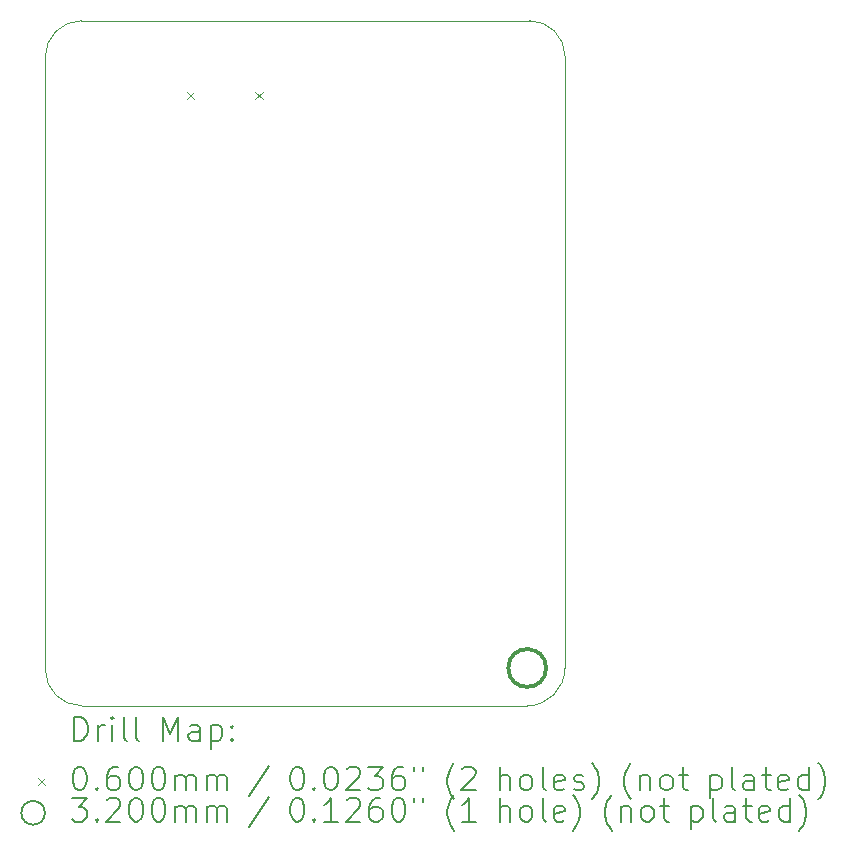
<source format=gbr>
%TF.GenerationSoftware,KiCad,Pcbnew,(7.0.0)*%
%TF.CreationDate,2023-06-13T01:23:33+01:00*%
%TF.ProjectId,flintandsteel,666c696e-7461-46e6-9473-7465656c2e6b,rev?*%
%TF.SameCoordinates,Original*%
%TF.FileFunction,Drillmap*%
%TF.FilePolarity,Positive*%
%FSLAX45Y45*%
G04 Gerber Fmt 4.5, Leading zero omitted, Abs format (unit mm)*
G04 Created by KiCad (PCBNEW (7.0.0)) date 2023-06-13 01:23:33*
%MOMM*%
%LPD*%
G01*
G04 APERTURE LIST*
%ADD10C,0.050000*%
%ADD11C,0.200000*%
%ADD12C,0.060000*%
%ADD13C,0.320000*%
G04 APERTURE END LIST*
D10*
X10907000Y-12499830D02*
X14680000Y-12500000D01*
X10906700Y-6700000D02*
G75*
G03*
X10600000Y-7006800I0J-306700D01*
G01*
X14700300Y-6700000D02*
X10906700Y-6700000D01*
X15000000Y-12180000D02*
X15000300Y-7000000D01*
X10600300Y-12193130D02*
G75*
G03*
X10907000Y-12499830I306700J0D01*
G01*
X14680000Y-12500000D02*
G75*
G03*
X15000000Y-12180000I0J320000D01*
G01*
X15000300Y-7000000D02*
G75*
G03*
X14700300Y-6700000I-300000J0D01*
G01*
X10600000Y-7006800D02*
X10600300Y-12193130D01*
D11*
D12*
X11801600Y-7301000D02*
X11861600Y-7361000D01*
X11861600Y-7301000D02*
X11801600Y-7361000D01*
X12379600Y-7301000D02*
X12439600Y-7361000D01*
X12439600Y-7301000D02*
X12379600Y-7361000D01*
D13*
X14840000Y-12180000D02*
G75*
G03*
X14840000Y-12180000I-160000J0D01*
G01*
D11*
X10845119Y-12795976D02*
X10845119Y-12595976D01*
X10845119Y-12595976D02*
X10892738Y-12595976D01*
X10892738Y-12595976D02*
X10921310Y-12605500D01*
X10921310Y-12605500D02*
X10940357Y-12624548D01*
X10940357Y-12624548D02*
X10949881Y-12643595D01*
X10949881Y-12643595D02*
X10959405Y-12681690D01*
X10959405Y-12681690D02*
X10959405Y-12710262D01*
X10959405Y-12710262D02*
X10949881Y-12748357D01*
X10949881Y-12748357D02*
X10940357Y-12767405D01*
X10940357Y-12767405D02*
X10921310Y-12786452D01*
X10921310Y-12786452D02*
X10892738Y-12795976D01*
X10892738Y-12795976D02*
X10845119Y-12795976D01*
X11045119Y-12795976D02*
X11045119Y-12662643D01*
X11045119Y-12700738D02*
X11054643Y-12681690D01*
X11054643Y-12681690D02*
X11064167Y-12672167D01*
X11064167Y-12672167D02*
X11083214Y-12662643D01*
X11083214Y-12662643D02*
X11102262Y-12662643D01*
X11168929Y-12795976D02*
X11168929Y-12662643D01*
X11168929Y-12595976D02*
X11159405Y-12605500D01*
X11159405Y-12605500D02*
X11168929Y-12615024D01*
X11168929Y-12615024D02*
X11178452Y-12605500D01*
X11178452Y-12605500D02*
X11168929Y-12595976D01*
X11168929Y-12595976D02*
X11168929Y-12615024D01*
X11292738Y-12795976D02*
X11273690Y-12786452D01*
X11273690Y-12786452D02*
X11264167Y-12767405D01*
X11264167Y-12767405D02*
X11264167Y-12595976D01*
X11397500Y-12795976D02*
X11378452Y-12786452D01*
X11378452Y-12786452D02*
X11368928Y-12767405D01*
X11368928Y-12767405D02*
X11368928Y-12595976D01*
X11593690Y-12795976D02*
X11593690Y-12595976D01*
X11593690Y-12595976D02*
X11660357Y-12738833D01*
X11660357Y-12738833D02*
X11727024Y-12595976D01*
X11727024Y-12595976D02*
X11727024Y-12795976D01*
X11907976Y-12795976D02*
X11907976Y-12691214D01*
X11907976Y-12691214D02*
X11898452Y-12672167D01*
X11898452Y-12672167D02*
X11879405Y-12662643D01*
X11879405Y-12662643D02*
X11841309Y-12662643D01*
X11841309Y-12662643D02*
X11822262Y-12672167D01*
X11907976Y-12786452D02*
X11888928Y-12795976D01*
X11888928Y-12795976D02*
X11841309Y-12795976D01*
X11841309Y-12795976D02*
X11822262Y-12786452D01*
X11822262Y-12786452D02*
X11812738Y-12767405D01*
X11812738Y-12767405D02*
X11812738Y-12748357D01*
X11812738Y-12748357D02*
X11822262Y-12729309D01*
X11822262Y-12729309D02*
X11841309Y-12719786D01*
X11841309Y-12719786D02*
X11888928Y-12719786D01*
X11888928Y-12719786D02*
X11907976Y-12710262D01*
X12003214Y-12662643D02*
X12003214Y-12862643D01*
X12003214Y-12672167D02*
X12022262Y-12662643D01*
X12022262Y-12662643D02*
X12060357Y-12662643D01*
X12060357Y-12662643D02*
X12079405Y-12672167D01*
X12079405Y-12672167D02*
X12088928Y-12681690D01*
X12088928Y-12681690D02*
X12098452Y-12700738D01*
X12098452Y-12700738D02*
X12098452Y-12757881D01*
X12098452Y-12757881D02*
X12088928Y-12776928D01*
X12088928Y-12776928D02*
X12079405Y-12786452D01*
X12079405Y-12786452D02*
X12060357Y-12795976D01*
X12060357Y-12795976D02*
X12022262Y-12795976D01*
X12022262Y-12795976D02*
X12003214Y-12786452D01*
X12184167Y-12776928D02*
X12193690Y-12786452D01*
X12193690Y-12786452D02*
X12184167Y-12795976D01*
X12184167Y-12795976D02*
X12174643Y-12786452D01*
X12174643Y-12786452D02*
X12184167Y-12776928D01*
X12184167Y-12776928D02*
X12184167Y-12795976D01*
X12184167Y-12672167D02*
X12193690Y-12681690D01*
X12193690Y-12681690D02*
X12184167Y-12691214D01*
X12184167Y-12691214D02*
X12174643Y-12681690D01*
X12174643Y-12681690D02*
X12184167Y-12672167D01*
X12184167Y-12672167D02*
X12184167Y-12691214D01*
D12*
X10537500Y-13112500D02*
X10597500Y-13172500D01*
X10597500Y-13112500D02*
X10537500Y-13172500D01*
D11*
X10883214Y-13015976D02*
X10902262Y-13015976D01*
X10902262Y-13015976D02*
X10921310Y-13025500D01*
X10921310Y-13025500D02*
X10930833Y-13035024D01*
X10930833Y-13035024D02*
X10940357Y-13054071D01*
X10940357Y-13054071D02*
X10949881Y-13092167D01*
X10949881Y-13092167D02*
X10949881Y-13139786D01*
X10949881Y-13139786D02*
X10940357Y-13177881D01*
X10940357Y-13177881D02*
X10930833Y-13196928D01*
X10930833Y-13196928D02*
X10921310Y-13206452D01*
X10921310Y-13206452D02*
X10902262Y-13215976D01*
X10902262Y-13215976D02*
X10883214Y-13215976D01*
X10883214Y-13215976D02*
X10864167Y-13206452D01*
X10864167Y-13206452D02*
X10854643Y-13196928D01*
X10854643Y-13196928D02*
X10845119Y-13177881D01*
X10845119Y-13177881D02*
X10835595Y-13139786D01*
X10835595Y-13139786D02*
X10835595Y-13092167D01*
X10835595Y-13092167D02*
X10845119Y-13054071D01*
X10845119Y-13054071D02*
X10854643Y-13035024D01*
X10854643Y-13035024D02*
X10864167Y-13025500D01*
X10864167Y-13025500D02*
X10883214Y-13015976D01*
X11035595Y-13196928D02*
X11045119Y-13206452D01*
X11045119Y-13206452D02*
X11035595Y-13215976D01*
X11035595Y-13215976D02*
X11026071Y-13206452D01*
X11026071Y-13206452D02*
X11035595Y-13196928D01*
X11035595Y-13196928D02*
X11035595Y-13215976D01*
X11216548Y-13015976D02*
X11178452Y-13015976D01*
X11178452Y-13015976D02*
X11159405Y-13025500D01*
X11159405Y-13025500D02*
X11149881Y-13035024D01*
X11149881Y-13035024D02*
X11130833Y-13063595D01*
X11130833Y-13063595D02*
X11121310Y-13101690D01*
X11121310Y-13101690D02*
X11121310Y-13177881D01*
X11121310Y-13177881D02*
X11130833Y-13196928D01*
X11130833Y-13196928D02*
X11140357Y-13206452D01*
X11140357Y-13206452D02*
X11159405Y-13215976D01*
X11159405Y-13215976D02*
X11197500Y-13215976D01*
X11197500Y-13215976D02*
X11216548Y-13206452D01*
X11216548Y-13206452D02*
X11226071Y-13196928D01*
X11226071Y-13196928D02*
X11235595Y-13177881D01*
X11235595Y-13177881D02*
X11235595Y-13130262D01*
X11235595Y-13130262D02*
X11226071Y-13111214D01*
X11226071Y-13111214D02*
X11216548Y-13101690D01*
X11216548Y-13101690D02*
X11197500Y-13092167D01*
X11197500Y-13092167D02*
X11159405Y-13092167D01*
X11159405Y-13092167D02*
X11140357Y-13101690D01*
X11140357Y-13101690D02*
X11130833Y-13111214D01*
X11130833Y-13111214D02*
X11121310Y-13130262D01*
X11359405Y-13015976D02*
X11378452Y-13015976D01*
X11378452Y-13015976D02*
X11397500Y-13025500D01*
X11397500Y-13025500D02*
X11407024Y-13035024D01*
X11407024Y-13035024D02*
X11416548Y-13054071D01*
X11416548Y-13054071D02*
X11426071Y-13092167D01*
X11426071Y-13092167D02*
X11426071Y-13139786D01*
X11426071Y-13139786D02*
X11416548Y-13177881D01*
X11416548Y-13177881D02*
X11407024Y-13196928D01*
X11407024Y-13196928D02*
X11397500Y-13206452D01*
X11397500Y-13206452D02*
X11378452Y-13215976D01*
X11378452Y-13215976D02*
X11359405Y-13215976D01*
X11359405Y-13215976D02*
X11340357Y-13206452D01*
X11340357Y-13206452D02*
X11330833Y-13196928D01*
X11330833Y-13196928D02*
X11321309Y-13177881D01*
X11321309Y-13177881D02*
X11311786Y-13139786D01*
X11311786Y-13139786D02*
X11311786Y-13092167D01*
X11311786Y-13092167D02*
X11321309Y-13054071D01*
X11321309Y-13054071D02*
X11330833Y-13035024D01*
X11330833Y-13035024D02*
X11340357Y-13025500D01*
X11340357Y-13025500D02*
X11359405Y-13015976D01*
X11549881Y-13015976D02*
X11568929Y-13015976D01*
X11568929Y-13015976D02*
X11587976Y-13025500D01*
X11587976Y-13025500D02*
X11597500Y-13035024D01*
X11597500Y-13035024D02*
X11607024Y-13054071D01*
X11607024Y-13054071D02*
X11616548Y-13092167D01*
X11616548Y-13092167D02*
X11616548Y-13139786D01*
X11616548Y-13139786D02*
X11607024Y-13177881D01*
X11607024Y-13177881D02*
X11597500Y-13196928D01*
X11597500Y-13196928D02*
X11587976Y-13206452D01*
X11587976Y-13206452D02*
X11568929Y-13215976D01*
X11568929Y-13215976D02*
X11549881Y-13215976D01*
X11549881Y-13215976D02*
X11530833Y-13206452D01*
X11530833Y-13206452D02*
X11521309Y-13196928D01*
X11521309Y-13196928D02*
X11511786Y-13177881D01*
X11511786Y-13177881D02*
X11502262Y-13139786D01*
X11502262Y-13139786D02*
X11502262Y-13092167D01*
X11502262Y-13092167D02*
X11511786Y-13054071D01*
X11511786Y-13054071D02*
X11521309Y-13035024D01*
X11521309Y-13035024D02*
X11530833Y-13025500D01*
X11530833Y-13025500D02*
X11549881Y-13015976D01*
X11702262Y-13215976D02*
X11702262Y-13082643D01*
X11702262Y-13101690D02*
X11711786Y-13092167D01*
X11711786Y-13092167D02*
X11730833Y-13082643D01*
X11730833Y-13082643D02*
X11759405Y-13082643D01*
X11759405Y-13082643D02*
X11778452Y-13092167D01*
X11778452Y-13092167D02*
X11787976Y-13111214D01*
X11787976Y-13111214D02*
X11787976Y-13215976D01*
X11787976Y-13111214D02*
X11797500Y-13092167D01*
X11797500Y-13092167D02*
X11816548Y-13082643D01*
X11816548Y-13082643D02*
X11845119Y-13082643D01*
X11845119Y-13082643D02*
X11864167Y-13092167D01*
X11864167Y-13092167D02*
X11873690Y-13111214D01*
X11873690Y-13111214D02*
X11873690Y-13215976D01*
X11968929Y-13215976D02*
X11968929Y-13082643D01*
X11968929Y-13101690D02*
X11978452Y-13092167D01*
X11978452Y-13092167D02*
X11997500Y-13082643D01*
X11997500Y-13082643D02*
X12026071Y-13082643D01*
X12026071Y-13082643D02*
X12045119Y-13092167D01*
X12045119Y-13092167D02*
X12054643Y-13111214D01*
X12054643Y-13111214D02*
X12054643Y-13215976D01*
X12054643Y-13111214D02*
X12064167Y-13092167D01*
X12064167Y-13092167D02*
X12083214Y-13082643D01*
X12083214Y-13082643D02*
X12111786Y-13082643D01*
X12111786Y-13082643D02*
X12130833Y-13092167D01*
X12130833Y-13092167D02*
X12140357Y-13111214D01*
X12140357Y-13111214D02*
X12140357Y-13215976D01*
X12498452Y-13006452D02*
X12327024Y-13263595D01*
X12723214Y-13015976D02*
X12742262Y-13015976D01*
X12742262Y-13015976D02*
X12761310Y-13025500D01*
X12761310Y-13025500D02*
X12770833Y-13035024D01*
X12770833Y-13035024D02*
X12780357Y-13054071D01*
X12780357Y-13054071D02*
X12789881Y-13092167D01*
X12789881Y-13092167D02*
X12789881Y-13139786D01*
X12789881Y-13139786D02*
X12780357Y-13177881D01*
X12780357Y-13177881D02*
X12770833Y-13196928D01*
X12770833Y-13196928D02*
X12761310Y-13206452D01*
X12761310Y-13206452D02*
X12742262Y-13215976D01*
X12742262Y-13215976D02*
X12723214Y-13215976D01*
X12723214Y-13215976D02*
X12704167Y-13206452D01*
X12704167Y-13206452D02*
X12694643Y-13196928D01*
X12694643Y-13196928D02*
X12685119Y-13177881D01*
X12685119Y-13177881D02*
X12675595Y-13139786D01*
X12675595Y-13139786D02*
X12675595Y-13092167D01*
X12675595Y-13092167D02*
X12685119Y-13054071D01*
X12685119Y-13054071D02*
X12694643Y-13035024D01*
X12694643Y-13035024D02*
X12704167Y-13025500D01*
X12704167Y-13025500D02*
X12723214Y-13015976D01*
X12875595Y-13196928D02*
X12885119Y-13206452D01*
X12885119Y-13206452D02*
X12875595Y-13215976D01*
X12875595Y-13215976D02*
X12866071Y-13206452D01*
X12866071Y-13206452D02*
X12875595Y-13196928D01*
X12875595Y-13196928D02*
X12875595Y-13215976D01*
X13008929Y-13015976D02*
X13027976Y-13015976D01*
X13027976Y-13015976D02*
X13047024Y-13025500D01*
X13047024Y-13025500D02*
X13056548Y-13035024D01*
X13056548Y-13035024D02*
X13066071Y-13054071D01*
X13066071Y-13054071D02*
X13075595Y-13092167D01*
X13075595Y-13092167D02*
X13075595Y-13139786D01*
X13075595Y-13139786D02*
X13066071Y-13177881D01*
X13066071Y-13177881D02*
X13056548Y-13196928D01*
X13056548Y-13196928D02*
X13047024Y-13206452D01*
X13047024Y-13206452D02*
X13027976Y-13215976D01*
X13027976Y-13215976D02*
X13008929Y-13215976D01*
X13008929Y-13215976D02*
X12989881Y-13206452D01*
X12989881Y-13206452D02*
X12980357Y-13196928D01*
X12980357Y-13196928D02*
X12970833Y-13177881D01*
X12970833Y-13177881D02*
X12961310Y-13139786D01*
X12961310Y-13139786D02*
X12961310Y-13092167D01*
X12961310Y-13092167D02*
X12970833Y-13054071D01*
X12970833Y-13054071D02*
X12980357Y-13035024D01*
X12980357Y-13035024D02*
X12989881Y-13025500D01*
X12989881Y-13025500D02*
X13008929Y-13015976D01*
X13151786Y-13035024D02*
X13161310Y-13025500D01*
X13161310Y-13025500D02*
X13180357Y-13015976D01*
X13180357Y-13015976D02*
X13227976Y-13015976D01*
X13227976Y-13015976D02*
X13247024Y-13025500D01*
X13247024Y-13025500D02*
X13256548Y-13035024D01*
X13256548Y-13035024D02*
X13266071Y-13054071D01*
X13266071Y-13054071D02*
X13266071Y-13073119D01*
X13266071Y-13073119D02*
X13256548Y-13101690D01*
X13256548Y-13101690D02*
X13142262Y-13215976D01*
X13142262Y-13215976D02*
X13266071Y-13215976D01*
X13332738Y-13015976D02*
X13456548Y-13015976D01*
X13456548Y-13015976D02*
X13389881Y-13092167D01*
X13389881Y-13092167D02*
X13418452Y-13092167D01*
X13418452Y-13092167D02*
X13437500Y-13101690D01*
X13437500Y-13101690D02*
X13447024Y-13111214D01*
X13447024Y-13111214D02*
X13456548Y-13130262D01*
X13456548Y-13130262D02*
X13456548Y-13177881D01*
X13456548Y-13177881D02*
X13447024Y-13196928D01*
X13447024Y-13196928D02*
X13437500Y-13206452D01*
X13437500Y-13206452D02*
X13418452Y-13215976D01*
X13418452Y-13215976D02*
X13361310Y-13215976D01*
X13361310Y-13215976D02*
X13342262Y-13206452D01*
X13342262Y-13206452D02*
X13332738Y-13196928D01*
X13627976Y-13015976D02*
X13589881Y-13015976D01*
X13589881Y-13015976D02*
X13570833Y-13025500D01*
X13570833Y-13025500D02*
X13561310Y-13035024D01*
X13561310Y-13035024D02*
X13542262Y-13063595D01*
X13542262Y-13063595D02*
X13532738Y-13101690D01*
X13532738Y-13101690D02*
X13532738Y-13177881D01*
X13532738Y-13177881D02*
X13542262Y-13196928D01*
X13542262Y-13196928D02*
X13551786Y-13206452D01*
X13551786Y-13206452D02*
X13570833Y-13215976D01*
X13570833Y-13215976D02*
X13608929Y-13215976D01*
X13608929Y-13215976D02*
X13627976Y-13206452D01*
X13627976Y-13206452D02*
X13637500Y-13196928D01*
X13637500Y-13196928D02*
X13647024Y-13177881D01*
X13647024Y-13177881D02*
X13647024Y-13130262D01*
X13647024Y-13130262D02*
X13637500Y-13111214D01*
X13637500Y-13111214D02*
X13627976Y-13101690D01*
X13627976Y-13101690D02*
X13608929Y-13092167D01*
X13608929Y-13092167D02*
X13570833Y-13092167D01*
X13570833Y-13092167D02*
X13551786Y-13101690D01*
X13551786Y-13101690D02*
X13542262Y-13111214D01*
X13542262Y-13111214D02*
X13532738Y-13130262D01*
X13723214Y-13015976D02*
X13723214Y-13054071D01*
X13799405Y-13015976D02*
X13799405Y-13054071D01*
X14062262Y-13292167D02*
X14052738Y-13282643D01*
X14052738Y-13282643D02*
X14033691Y-13254071D01*
X14033691Y-13254071D02*
X14024167Y-13235024D01*
X14024167Y-13235024D02*
X14014643Y-13206452D01*
X14014643Y-13206452D02*
X14005119Y-13158833D01*
X14005119Y-13158833D02*
X14005119Y-13120738D01*
X14005119Y-13120738D02*
X14014643Y-13073119D01*
X14014643Y-13073119D02*
X14024167Y-13044548D01*
X14024167Y-13044548D02*
X14033691Y-13025500D01*
X14033691Y-13025500D02*
X14052738Y-12996928D01*
X14052738Y-12996928D02*
X14062262Y-12987405D01*
X14128929Y-13035024D02*
X14138452Y-13025500D01*
X14138452Y-13025500D02*
X14157500Y-13015976D01*
X14157500Y-13015976D02*
X14205119Y-13015976D01*
X14205119Y-13015976D02*
X14224167Y-13025500D01*
X14224167Y-13025500D02*
X14233691Y-13035024D01*
X14233691Y-13035024D02*
X14243214Y-13054071D01*
X14243214Y-13054071D02*
X14243214Y-13073119D01*
X14243214Y-13073119D02*
X14233691Y-13101690D01*
X14233691Y-13101690D02*
X14119405Y-13215976D01*
X14119405Y-13215976D02*
X14243214Y-13215976D01*
X14448929Y-13215976D02*
X14448929Y-13015976D01*
X14534643Y-13215976D02*
X14534643Y-13111214D01*
X14534643Y-13111214D02*
X14525119Y-13092167D01*
X14525119Y-13092167D02*
X14506072Y-13082643D01*
X14506072Y-13082643D02*
X14477500Y-13082643D01*
X14477500Y-13082643D02*
X14458452Y-13092167D01*
X14458452Y-13092167D02*
X14448929Y-13101690D01*
X14658452Y-13215976D02*
X14639405Y-13206452D01*
X14639405Y-13206452D02*
X14629881Y-13196928D01*
X14629881Y-13196928D02*
X14620357Y-13177881D01*
X14620357Y-13177881D02*
X14620357Y-13120738D01*
X14620357Y-13120738D02*
X14629881Y-13101690D01*
X14629881Y-13101690D02*
X14639405Y-13092167D01*
X14639405Y-13092167D02*
X14658452Y-13082643D01*
X14658452Y-13082643D02*
X14687024Y-13082643D01*
X14687024Y-13082643D02*
X14706072Y-13092167D01*
X14706072Y-13092167D02*
X14715595Y-13101690D01*
X14715595Y-13101690D02*
X14725119Y-13120738D01*
X14725119Y-13120738D02*
X14725119Y-13177881D01*
X14725119Y-13177881D02*
X14715595Y-13196928D01*
X14715595Y-13196928D02*
X14706072Y-13206452D01*
X14706072Y-13206452D02*
X14687024Y-13215976D01*
X14687024Y-13215976D02*
X14658452Y-13215976D01*
X14839405Y-13215976D02*
X14820357Y-13206452D01*
X14820357Y-13206452D02*
X14810833Y-13187405D01*
X14810833Y-13187405D02*
X14810833Y-13015976D01*
X14991786Y-13206452D02*
X14972738Y-13215976D01*
X14972738Y-13215976D02*
X14934643Y-13215976D01*
X14934643Y-13215976D02*
X14915595Y-13206452D01*
X14915595Y-13206452D02*
X14906072Y-13187405D01*
X14906072Y-13187405D02*
X14906072Y-13111214D01*
X14906072Y-13111214D02*
X14915595Y-13092167D01*
X14915595Y-13092167D02*
X14934643Y-13082643D01*
X14934643Y-13082643D02*
X14972738Y-13082643D01*
X14972738Y-13082643D02*
X14991786Y-13092167D01*
X14991786Y-13092167D02*
X15001310Y-13111214D01*
X15001310Y-13111214D02*
X15001310Y-13130262D01*
X15001310Y-13130262D02*
X14906072Y-13149309D01*
X15077500Y-13206452D02*
X15096548Y-13215976D01*
X15096548Y-13215976D02*
X15134643Y-13215976D01*
X15134643Y-13215976D02*
X15153691Y-13206452D01*
X15153691Y-13206452D02*
X15163214Y-13187405D01*
X15163214Y-13187405D02*
X15163214Y-13177881D01*
X15163214Y-13177881D02*
X15153691Y-13158833D01*
X15153691Y-13158833D02*
X15134643Y-13149309D01*
X15134643Y-13149309D02*
X15106072Y-13149309D01*
X15106072Y-13149309D02*
X15087024Y-13139786D01*
X15087024Y-13139786D02*
X15077500Y-13120738D01*
X15077500Y-13120738D02*
X15077500Y-13111214D01*
X15077500Y-13111214D02*
X15087024Y-13092167D01*
X15087024Y-13092167D02*
X15106072Y-13082643D01*
X15106072Y-13082643D02*
X15134643Y-13082643D01*
X15134643Y-13082643D02*
X15153691Y-13092167D01*
X15229881Y-13292167D02*
X15239405Y-13282643D01*
X15239405Y-13282643D02*
X15258453Y-13254071D01*
X15258453Y-13254071D02*
X15267976Y-13235024D01*
X15267976Y-13235024D02*
X15277500Y-13206452D01*
X15277500Y-13206452D02*
X15287024Y-13158833D01*
X15287024Y-13158833D02*
X15287024Y-13120738D01*
X15287024Y-13120738D02*
X15277500Y-13073119D01*
X15277500Y-13073119D02*
X15267976Y-13044548D01*
X15267976Y-13044548D02*
X15258453Y-13025500D01*
X15258453Y-13025500D02*
X15239405Y-12996928D01*
X15239405Y-12996928D02*
X15229881Y-12987405D01*
X15559405Y-13292167D02*
X15549881Y-13282643D01*
X15549881Y-13282643D02*
X15530833Y-13254071D01*
X15530833Y-13254071D02*
X15521310Y-13235024D01*
X15521310Y-13235024D02*
X15511786Y-13206452D01*
X15511786Y-13206452D02*
X15502262Y-13158833D01*
X15502262Y-13158833D02*
X15502262Y-13120738D01*
X15502262Y-13120738D02*
X15511786Y-13073119D01*
X15511786Y-13073119D02*
X15521310Y-13044548D01*
X15521310Y-13044548D02*
X15530833Y-13025500D01*
X15530833Y-13025500D02*
X15549881Y-12996928D01*
X15549881Y-12996928D02*
X15559405Y-12987405D01*
X15635595Y-13082643D02*
X15635595Y-13215976D01*
X15635595Y-13101690D02*
X15645119Y-13092167D01*
X15645119Y-13092167D02*
X15664167Y-13082643D01*
X15664167Y-13082643D02*
X15692738Y-13082643D01*
X15692738Y-13082643D02*
X15711786Y-13092167D01*
X15711786Y-13092167D02*
X15721310Y-13111214D01*
X15721310Y-13111214D02*
X15721310Y-13215976D01*
X15845119Y-13215976D02*
X15826072Y-13206452D01*
X15826072Y-13206452D02*
X15816548Y-13196928D01*
X15816548Y-13196928D02*
X15807024Y-13177881D01*
X15807024Y-13177881D02*
X15807024Y-13120738D01*
X15807024Y-13120738D02*
X15816548Y-13101690D01*
X15816548Y-13101690D02*
X15826072Y-13092167D01*
X15826072Y-13092167D02*
X15845119Y-13082643D01*
X15845119Y-13082643D02*
X15873691Y-13082643D01*
X15873691Y-13082643D02*
X15892738Y-13092167D01*
X15892738Y-13092167D02*
X15902262Y-13101690D01*
X15902262Y-13101690D02*
X15911786Y-13120738D01*
X15911786Y-13120738D02*
X15911786Y-13177881D01*
X15911786Y-13177881D02*
X15902262Y-13196928D01*
X15902262Y-13196928D02*
X15892738Y-13206452D01*
X15892738Y-13206452D02*
X15873691Y-13215976D01*
X15873691Y-13215976D02*
X15845119Y-13215976D01*
X15968929Y-13082643D02*
X16045119Y-13082643D01*
X15997500Y-13015976D02*
X15997500Y-13187405D01*
X15997500Y-13187405D02*
X16007024Y-13206452D01*
X16007024Y-13206452D02*
X16026072Y-13215976D01*
X16026072Y-13215976D02*
X16045119Y-13215976D01*
X16231786Y-13082643D02*
X16231786Y-13282643D01*
X16231786Y-13092167D02*
X16250833Y-13082643D01*
X16250833Y-13082643D02*
X16288929Y-13082643D01*
X16288929Y-13082643D02*
X16307976Y-13092167D01*
X16307976Y-13092167D02*
X16317500Y-13101690D01*
X16317500Y-13101690D02*
X16327024Y-13120738D01*
X16327024Y-13120738D02*
X16327024Y-13177881D01*
X16327024Y-13177881D02*
X16317500Y-13196928D01*
X16317500Y-13196928D02*
X16307976Y-13206452D01*
X16307976Y-13206452D02*
X16288929Y-13215976D01*
X16288929Y-13215976D02*
X16250833Y-13215976D01*
X16250833Y-13215976D02*
X16231786Y-13206452D01*
X16441310Y-13215976D02*
X16422262Y-13206452D01*
X16422262Y-13206452D02*
X16412738Y-13187405D01*
X16412738Y-13187405D02*
X16412738Y-13015976D01*
X16603214Y-13215976D02*
X16603214Y-13111214D01*
X16603214Y-13111214D02*
X16593691Y-13092167D01*
X16593691Y-13092167D02*
X16574643Y-13082643D01*
X16574643Y-13082643D02*
X16536548Y-13082643D01*
X16536548Y-13082643D02*
X16517500Y-13092167D01*
X16603214Y-13206452D02*
X16584167Y-13215976D01*
X16584167Y-13215976D02*
X16536548Y-13215976D01*
X16536548Y-13215976D02*
X16517500Y-13206452D01*
X16517500Y-13206452D02*
X16507976Y-13187405D01*
X16507976Y-13187405D02*
X16507976Y-13168357D01*
X16507976Y-13168357D02*
X16517500Y-13149309D01*
X16517500Y-13149309D02*
X16536548Y-13139786D01*
X16536548Y-13139786D02*
X16584167Y-13139786D01*
X16584167Y-13139786D02*
X16603214Y-13130262D01*
X16669881Y-13082643D02*
X16746072Y-13082643D01*
X16698453Y-13015976D02*
X16698453Y-13187405D01*
X16698453Y-13187405D02*
X16707976Y-13206452D01*
X16707976Y-13206452D02*
X16727024Y-13215976D01*
X16727024Y-13215976D02*
X16746072Y-13215976D01*
X16888929Y-13206452D02*
X16869881Y-13215976D01*
X16869881Y-13215976D02*
X16831786Y-13215976D01*
X16831786Y-13215976D02*
X16812738Y-13206452D01*
X16812738Y-13206452D02*
X16803215Y-13187405D01*
X16803215Y-13187405D02*
X16803215Y-13111214D01*
X16803215Y-13111214D02*
X16812738Y-13092167D01*
X16812738Y-13092167D02*
X16831786Y-13082643D01*
X16831786Y-13082643D02*
X16869881Y-13082643D01*
X16869881Y-13082643D02*
X16888929Y-13092167D01*
X16888929Y-13092167D02*
X16898453Y-13111214D01*
X16898453Y-13111214D02*
X16898453Y-13130262D01*
X16898453Y-13130262D02*
X16803215Y-13149309D01*
X17069881Y-13215976D02*
X17069881Y-13015976D01*
X17069881Y-13206452D02*
X17050834Y-13215976D01*
X17050834Y-13215976D02*
X17012738Y-13215976D01*
X17012738Y-13215976D02*
X16993691Y-13206452D01*
X16993691Y-13206452D02*
X16984167Y-13196928D01*
X16984167Y-13196928D02*
X16974643Y-13177881D01*
X16974643Y-13177881D02*
X16974643Y-13120738D01*
X16974643Y-13120738D02*
X16984167Y-13101690D01*
X16984167Y-13101690D02*
X16993691Y-13092167D01*
X16993691Y-13092167D02*
X17012738Y-13082643D01*
X17012738Y-13082643D02*
X17050834Y-13082643D01*
X17050834Y-13082643D02*
X17069881Y-13092167D01*
X17146072Y-13292167D02*
X17155596Y-13282643D01*
X17155596Y-13282643D02*
X17174643Y-13254071D01*
X17174643Y-13254071D02*
X17184167Y-13235024D01*
X17184167Y-13235024D02*
X17193691Y-13206452D01*
X17193691Y-13206452D02*
X17203215Y-13158833D01*
X17203215Y-13158833D02*
X17203215Y-13120738D01*
X17203215Y-13120738D02*
X17193691Y-13073119D01*
X17193691Y-13073119D02*
X17184167Y-13044548D01*
X17184167Y-13044548D02*
X17174643Y-13025500D01*
X17174643Y-13025500D02*
X17155596Y-12996928D01*
X17155596Y-12996928D02*
X17146072Y-12987405D01*
X10597500Y-13406500D02*
G75*
G03*
X10597500Y-13406500I-100000J0D01*
G01*
X10826071Y-13279976D02*
X10949881Y-13279976D01*
X10949881Y-13279976D02*
X10883214Y-13356167D01*
X10883214Y-13356167D02*
X10911786Y-13356167D01*
X10911786Y-13356167D02*
X10930833Y-13365690D01*
X10930833Y-13365690D02*
X10940357Y-13375214D01*
X10940357Y-13375214D02*
X10949881Y-13394262D01*
X10949881Y-13394262D02*
X10949881Y-13441881D01*
X10949881Y-13441881D02*
X10940357Y-13460928D01*
X10940357Y-13460928D02*
X10930833Y-13470452D01*
X10930833Y-13470452D02*
X10911786Y-13479976D01*
X10911786Y-13479976D02*
X10854643Y-13479976D01*
X10854643Y-13479976D02*
X10835595Y-13470452D01*
X10835595Y-13470452D02*
X10826071Y-13460928D01*
X11035595Y-13460928D02*
X11045119Y-13470452D01*
X11045119Y-13470452D02*
X11035595Y-13479976D01*
X11035595Y-13479976D02*
X11026071Y-13470452D01*
X11026071Y-13470452D02*
X11035595Y-13460928D01*
X11035595Y-13460928D02*
X11035595Y-13479976D01*
X11121310Y-13299024D02*
X11130833Y-13289500D01*
X11130833Y-13289500D02*
X11149881Y-13279976D01*
X11149881Y-13279976D02*
X11197500Y-13279976D01*
X11197500Y-13279976D02*
X11216548Y-13289500D01*
X11216548Y-13289500D02*
X11226071Y-13299024D01*
X11226071Y-13299024D02*
X11235595Y-13318071D01*
X11235595Y-13318071D02*
X11235595Y-13337119D01*
X11235595Y-13337119D02*
X11226071Y-13365690D01*
X11226071Y-13365690D02*
X11111786Y-13479976D01*
X11111786Y-13479976D02*
X11235595Y-13479976D01*
X11359405Y-13279976D02*
X11378452Y-13279976D01*
X11378452Y-13279976D02*
X11397500Y-13289500D01*
X11397500Y-13289500D02*
X11407024Y-13299024D01*
X11407024Y-13299024D02*
X11416548Y-13318071D01*
X11416548Y-13318071D02*
X11426071Y-13356167D01*
X11426071Y-13356167D02*
X11426071Y-13403786D01*
X11426071Y-13403786D02*
X11416548Y-13441881D01*
X11416548Y-13441881D02*
X11407024Y-13460928D01*
X11407024Y-13460928D02*
X11397500Y-13470452D01*
X11397500Y-13470452D02*
X11378452Y-13479976D01*
X11378452Y-13479976D02*
X11359405Y-13479976D01*
X11359405Y-13479976D02*
X11340357Y-13470452D01*
X11340357Y-13470452D02*
X11330833Y-13460928D01*
X11330833Y-13460928D02*
X11321309Y-13441881D01*
X11321309Y-13441881D02*
X11311786Y-13403786D01*
X11311786Y-13403786D02*
X11311786Y-13356167D01*
X11311786Y-13356167D02*
X11321309Y-13318071D01*
X11321309Y-13318071D02*
X11330833Y-13299024D01*
X11330833Y-13299024D02*
X11340357Y-13289500D01*
X11340357Y-13289500D02*
X11359405Y-13279976D01*
X11549881Y-13279976D02*
X11568929Y-13279976D01*
X11568929Y-13279976D02*
X11587976Y-13289500D01*
X11587976Y-13289500D02*
X11597500Y-13299024D01*
X11597500Y-13299024D02*
X11607024Y-13318071D01*
X11607024Y-13318071D02*
X11616548Y-13356167D01*
X11616548Y-13356167D02*
X11616548Y-13403786D01*
X11616548Y-13403786D02*
X11607024Y-13441881D01*
X11607024Y-13441881D02*
X11597500Y-13460928D01*
X11597500Y-13460928D02*
X11587976Y-13470452D01*
X11587976Y-13470452D02*
X11568929Y-13479976D01*
X11568929Y-13479976D02*
X11549881Y-13479976D01*
X11549881Y-13479976D02*
X11530833Y-13470452D01*
X11530833Y-13470452D02*
X11521309Y-13460928D01*
X11521309Y-13460928D02*
X11511786Y-13441881D01*
X11511786Y-13441881D02*
X11502262Y-13403786D01*
X11502262Y-13403786D02*
X11502262Y-13356167D01*
X11502262Y-13356167D02*
X11511786Y-13318071D01*
X11511786Y-13318071D02*
X11521309Y-13299024D01*
X11521309Y-13299024D02*
X11530833Y-13289500D01*
X11530833Y-13289500D02*
X11549881Y-13279976D01*
X11702262Y-13479976D02*
X11702262Y-13346643D01*
X11702262Y-13365690D02*
X11711786Y-13356167D01*
X11711786Y-13356167D02*
X11730833Y-13346643D01*
X11730833Y-13346643D02*
X11759405Y-13346643D01*
X11759405Y-13346643D02*
X11778452Y-13356167D01*
X11778452Y-13356167D02*
X11787976Y-13375214D01*
X11787976Y-13375214D02*
X11787976Y-13479976D01*
X11787976Y-13375214D02*
X11797500Y-13356167D01*
X11797500Y-13356167D02*
X11816548Y-13346643D01*
X11816548Y-13346643D02*
X11845119Y-13346643D01*
X11845119Y-13346643D02*
X11864167Y-13356167D01*
X11864167Y-13356167D02*
X11873690Y-13375214D01*
X11873690Y-13375214D02*
X11873690Y-13479976D01*
X11968929Y-13479976D02*
X11968929Y-13346643D01*
X11968929Y-13365690D02*
X11978452Y-13356167D01*
X11978452Y-13356167D02*
X11997500Y-13346643D01*
X11997500Y-13346643D02*
X12026071Y-13346643D01*
X12026071Y-13346643D02*
X12045119Y-13356167D01*
X12045119Y-13356167D02*
X12054643Y-13375214D01*
X12054643Y-13375214D02*
X12054643Y-13479976D01*
X12054643Y-13375214D02*
X12064167Y-13356167D01*
X12064167Y-13356167D02*
X12083214Y-13346643D01*
X12083214Y-13346643D02*
X12111786Y-13346643D01*
X12111786Y-13346643D02*
X12130833Y-13356167D01*
X12130833Y-13356167D02*
X12140357Y-13375214D01*
X12140357Y-13375214D02*
X12140357Y-13479976D01*
X12498452Y-13270452D02*
X12327024Y-13527595D01*
X12723214Y-13279976D02*
X12742262Y-13279976D01*
X12742262Y-13279976D02*
X12761310Y-13289500D01*
X12761310Y-13289500D02*
X12770833Y-13299024D01*
X12770833Y-13299024D02*
X12780357Y-13318071D01*
X12780357Y-13318071D02*
X12789881Y-13356167D01*
X12789881Y-13356167D02*
X12789881Y-13403786D01*
X12789881Y-13403786D02*
X12780357Y-13441881D01*
X12780357Y-13441881D02*
X12770833Y-13460928D01*
X12770833Y-13460928D02*
X12761310Y-13470452D01*
X12761310Y-13470452D02*
X12742262Y-13479976D01*
X12742262Y-13479976D02*
X12723214Y-13479976D01*
X12723214Y-13479976D02*
X12704167Y-13470452D01*
X12704167Y-13470452D02*
X12694643Y-13460928D01*
X12694643Y-13460928D02*
X12685119Y-13441881D01*
X12685119Y-13441881D02*
X12675595Y-13403786D01*
X12675595Y-13403786D02*
X12675595Y-13356167D01*
X12675595Y-13356167D02*
X12685119Y-13318071D01*
X12685119Y-13318071D02*
X12694643Y-13299024D01*
X12694643Y-13299024D02*
X12704167Y-13289500D01*
X12704167Y-13289500D02*
X12723214Y-13279976D01*
X12875595Y-13460928D02*
X12885119Y-13470452D01*
X12885119Y-13470452D02*
X12875595Y-13479976D01*
X12875595Y-13479976D02*
X12866071Y-13470452D01*
X12866071Y-13470452D02*
X12875595Y-13460928D01*
X12875595Y-13460928D02*
X12875595Y-13479976D01*
X13075595Y-13479976D02*
X12961310Y-13479976D01*
X13018452Y-13479976D02*
X13018452Y-13279976D01*
X13018452Y-13279976D02*
X12999405Y-13308548D01*
X12999405Y-13308548D02*
X12980357Y-13327595D01*
X12980357Y-13327595D02*
X12961310Y-13337119D01*
X13151786Y-13299024D02*
X13161310Y-13289500D01*
X13161310Y-13289500D02*
X13180357Y-13279976D01*
X13180357Y-13279976D02*
X13227976Y-13279976D01*
X13227976Y-13279976D02*
X13247024Y-13289500D01*
X13247024Y-13289500D02*
X13256548Y-13299024D01*
X13256548Y-13299024D02*
X13266071Y-13318071D01*
X13266071Y-13318071D02*
X13266071Y-13337119D01*
X13266071Y-13337119D02*
X13256548Y-13365690D01*
X13256548Y-13365690D02*
X13142262Y-13479976D01*
X13142262Y-13479976D02*
X13266071Y-13479976D01*
X13437500Y-13279976D02*
X13399405Y-13279976D01*
X13399405Y-13279976D02*
X13380357Y-13289500D01*
X13380357Y-13289500D02*
X13370833Y-13299024D01*
X13370833Y-13299024D02*
X13351786Y-13327595D01*
X13351786Y-13327595D02*
X13342262Y-13365690D01*
X13342262Y-13365690D02*
X13342262Y-13441881D01*
X13342262Y-13441881D02*
X13351786Y-13460928D01*
X13351786Y-13460928D02*
X13361310Y-13470452D01*
X13361310Y-13470452D02*
X13380357Y-13479976D01*
X13380357Y-13479976D02*
X13418452Y-13479976D01*
X13418452Y-13479976D02*
X13437500Y-13470452D01*
X13437500Y-13470452D02*
X13447024Y-13460928D01*
X13447024Y-13460928D02*
X13456548Y-13441881D01*
X13456548Y-13441881D02*
X13456548Y-13394262D01*
X13456548Y-13394262D02*
X13447024Y-13375214D01*
X13447024Y-13375214D02*
X13437500Y-13365690D01*
X13437500Y-13365690D02*
X13418452Y-13356167D01*
X13418452Y-13356167D02*
X13380357Y-13356167D01*
X13380357Y-13356167D02*
X13361310Y-13365690D01*
X13361310Y-13365690D02*
X13351786Y-13375214D01*
X13351786Y-13375214D02*
X13342262Y-13394262D01*
X13580357Y-13279976D02*
X13599405Y-13279976D01*
X13599405Y-13279976D02*
X13618452Y-13289500D01*
X13618452Y-13289500D02*
X13627976Y-13299024D01*
X13627976Y-13299024D02*
X13637500Y-13318071D01*
X13637500Y-13318071D02*
X13647024Y-13356167D01*
X13647024Y-13356167D02*
X13647024Y-13403786D01*
X13647024Y-13403786D02*
X13637500Y-13441881D01*
X13637500Y-13441881D02*
X13627976Y-13460928D01*
X13627976Y-13460928D02*
X13618452Y-13470452D01*
X13618452Y-13470452D02*
X13599405Y-13479976D01*
X13599405Y-13479976D02*
X13580357Y-13479976D01*
X13580357Y-13479976D02*
X13561310Y-13470452D01*
X13561310Y-13470452D02*
X13551786Y-13460928D01*
X13551786Y-13460928D02*
X13542262Y-13441881D01*
X13542262Y-13441881D02*
X13532738Y-13403786D01*
X13532738Y-13403786D02*
X13532738Y-13356167D01*
X13532738Y-13356167D02*
X13542262Y-13318071D01*
X13542262Y-13318071D02*
X13551786Y-13299024D01*
X13551786Y-13299024D02*
X13561310Y-13289500D01*
X13561310Y-13289500D02*
X13580357Y-13279976D01*
X13723214Y-13279976D02*
X13723214Y-13318071D01*
X13799405Y-13279976D02*
X13799405Y-13318071D01*
X14062262Y-13556167D02*
X14052738Y-13546643D01*
X14052738Y-13546643D02*
X14033691Y-13518071D01*
X14033691Y-13518071D02*
X14024167Y-13499024D01*
X14024167Y-13499024D02*
X14014643Y-13470452D01*
X14014643Y-13470452D02*
X14005119Y-13422833D01*
X14005119Y-13422833D02*
X14005119Y-13384738D01*
X14005119Y-13384738D02*
X14014643Y-13337119D01*
X14014643Y-13337119D02*
X14024167Y-13308548D01*
X14024167Y-13308548D02*
X14033691Y-13289500D01*
X14033691Y-13289500D02*
X14052738Y-13260928D01*
X14052738Y-13260928D02*
X14062262Y-13251405D01*
X14243214Y-13479976D02*
X14128929Y-13479976D01*
X14186071Y-13479976D02*
X14186071Y-13279976D01*
X14186071Y-13279976D02*
X14167024Y-13308548D01*
X14167024Y-13308548D02*
X14147976Y-13327595D01*
X14147976Y-13327595D02*
X14128929Y-13337119D01*
X14448929Y-13479976D02*
X14448929Y-13279976D01*
X14534643Y-13479976D02*
X14534643Y-13375214D01*
X14534643Y-13375214D02*
X14525119Y-13356167D01*
X14525119Y-13356167D02*
X14506072Y-13346643D01*
X14506072Y-13346643D02*
X14477500Y-13346643D01*
X14477500Y-13346643D02*
X14458452Y-13356167D01*
X14458452Y-13356167D02*
X14448929Y-13365690D01*
X14658452Y-13479976D02*
X14639405Y-13470452D01*
X14639405Y-13470452D02*
X14629881Y-13460928D01*
X14629881Y-13460928D02*
X14620357Y-13441881D01*
X14620357Y-13441881D02*
X14620357Y-13384738D01*
X14620357Y-13384738D02*
X14629881Y-13365690D01*
X14629881Y-13365690D02*
X14639405Y-13356167D01*
X14639405Y-13356167D02*
X14658452Y-13346643D01*
X14658452Y-13346643D02*
X14687024Y-13346643D01*
X14687024Y-13346643D02*
X14706072Y-13356167D01*
X14706072Y-13356167D02*
X14715595Y-13365690D01*
X14715595Y-13365690D02*
X14725119Y-13384738D01*
X14725119Y-13384738D02*
X14725119Y-13441881D01*
X14725119Y-13441881D02*
X14715595Y-13460928D01*
X14715595Y-13460928D02*
X14706072Y-13470452D01*
X14706072Y-13470452D02*
X14687024Y-13479976D01*
X14687024Y-13479976D02*
X14658452Y-13479976D01*
X14839405Y-13479976D02*
X14820357Y-13470452D01*
X14820357Y-13470452D02*
X14810833Y-13451405D01*
X14810833Y-13451405D02*
X14810833Y-13279976D01*
X14991786Y-13470452D02*
X14972738Y-13479976D01*
X14972738Y-13479976D02*
X14934643Y-13479976D01*
X14934643Y-13479976D02*
X14915595Y-13470452D01*
X14915595Y-13470452D02*
X14906072Y-13451405D01*
X14906072Y-13451405D02*
X14906072Y-13375214D01*
X14906072Y-13375214D02*
X14915595Y-13356167D01*
X14915595Y-13356167D02*
X14934643Y-13346643D01*
X14934643Y-13346643D02*
X14972738Y-13346643D01*
X14972738Y-13346643D02*
X14991786Y-13356167D01*
X14991786Y-13356167D02*
X15001310Y-13375214D01*
X15001310Y-13375214D02*
X15001310Y-13394262D01*
X15001310Y-13394262D02*
X14906072Y-13413309D01*
X15067976Y-13556167D02*
X15077500Y-13546643D01*
X15077500Y-13546643D02*
X15096548Y-13518071D01*
X15096548Y-13518071D02*
X15106072Y-13499024D01*
X15106072Y-13499024D02*
X15115595Y-13470452D01*
X15115595Y-13470452D02*
X15125119Y-13422833D01*
X15125119Y-13422833D02*
X15125119Y-13384738D01*
X15125119Y-13384738D02*
X15115595Y-13337119D01*
X15115595Y-13337119D02*
X15106072Y-13308548D01*
X15106072Y-13308548D02*
X15096548Y-13289500D01*
X15096548Y-13289500D02*
X15077500Y-13260928D01*
X15077500Y-13260928D02*
X15067976Y-13251405D01*
X15397500Y-13556167D02*
X15387976Y-13546643D01*
X15387976Y-13546643D02*
X15368929Y-13518071D01*
X15368929Y-13518071D02*
X15359405Y-13499024D01*
X15359405Y-13499024D02*
X15349881Y-13470452D01*
X15349881Y-13470452D02*
X15340357Y-13422833D01*
X15340357Y-13422833D02*
X15340357Y-13384738D01*
X15340357Y-13384738D02*
X15349881Y-13337119D01*
X15349881Y-13337119D02*
X15359405Y-13308548D01*
X15359405Y-13308548D02*
X15368929Y-13289500D01*
X15368929Y-13289500D02*
X15387976Y-13260928D01*
X15387976Y-13260928D02*
X15397500Y-13251405D01*
X15473691Y-13346643D02*
X15473691Y-13479976D01*
X15473691Y-13365690D02*
X15483214Y-13356167D01*
X15483214Y-13356167D02*
X15502262Y-13346643D01*
X15502262Y-13346643D02*
X15530833Y-13346643D01*
X15530833Y-13346643D02*
X15549881Y-13356167D01*
X15549881Y-13356167D02*
X15559405Y-13375214D01*
X15559405Y-13375214D02*
X15559405Y-13479976D01*
X15683214Y-13479976D02*
X15664167Y-13470452D01*
X15664167Y-13470452D02*
X15654643Y-13460928D01*
X15654643Y-13460928D02*
X15645119Y-13441881D01*
X15645119Y-13441881D02*
X15645119Y-13384738D01*
X15645119Y-13384738D02*
X15654643Y-13365690D01*
X15654643Y-13365690D02*
X15664167Y-13356167D01*
X15664167Y-13356167D02*
X15683214Y-13346643D01*
X15683214Y-13346643D02*
X15711786Y-13346643D01*
X15711786Y-13346643D02*
X15730833Y-13356167D01*
X15730833Y-13356167D02*
X15740357Y-13365690D01*
X15740357Y-13365690D02*
X15749881Y-13384738D01*
X15749881Y-13384738D02*
X15749881Y-13441881D01*
X15749881Y-13441881D02*
X15740357Y-13460928D01*
X15740357Y-13460928D02*
X15730833Y-13470452D01*
X15730833Y-13470452D02*
X15711786Y-13479976D01*
X15711786Y-13479976D02*
X15683214Y-13479976D01*
X15807024Y-13346643D02*
X15883214Y-13346643D01*
X15835595Y-13279976D02*
X15835595Y-13451405D01*
X15835595Y-13451405D02*
X15845119Y-13470452D01*
X15845119Y-13470452D02*
X15864167Y-13479976D01*
X15864167Y-13479976D02*
X15883214Y-13479976D01*
X16069881Y-13346643D02*
X16069881Y-13546643D01*
X16069881Y-13356167D02*
X16088929Y-13346643D01*
X16088929Y-13346643D02*
X16127024Y-13346643D01*
X16127024Y-13346643D02*
X16146072Y-13356167D01*
X16146072Y-13356167D02*
X16155595Y-13365690D01*
X16155595Y-13365690D02*
X16165119Y-13384738D01*
X16165119Y-13384738D02*
X16165119Y-13441881D01*
X16165119Y-13441881D02*
X16155595Y-13460928D01*
X16155595Y-13460928D02*
X16146072Y-13470452D01*
X16146072Y-13470452D02*
X16127024Y-13479976D01*
X16127024Y-13479976D02*
X16088929Y-13479976D01*
X16088929Y-13479976D02*
X16069881Y-13470452D01*
X16279405Y-13479976D02*
X16260357Y-13470452D01*
X16260357Y-13470452D02*
X16250833Y-13451405D01*
X16250833Y-13451405D02*
X16250833Y-13279976D01*
X16441310Y-13479976D02*
X16441310Y-13375214D01*
X16441310Y-13375214D02*
X16431786Y-13356167D01*
X16431786Y-13356167D02*
X16412738Y-13346643D01*
X16412738Y-13346643D02*
X16374643Y-13346643D01*
X16374643Y-13346643D02*
X16355595Y-13356167D01*
X16441310Y-13470452D02*
X16422262Y-13479976D01*
X16422262Y-13479976D02*
X16374643Y-13479976D01*
X16374643Y-13479976D02*
X16355595Y-13470452D01*
X16355595Y-13470452D02*
X16346072Y-13451405D01*
X16346072Y-13451405D02*
X16346072Y-13432357D01*
X16346072Y-13432357D02*
X16355595Y-13413309D01*
X16355595Y-13413309D02*
X16374643Y-13403786D01*
X16374643Y-13403786D02*
X16422262Y-13403786D01*
X16422262Y-13403786D02*
X16441310Y-13394262D01*
X16507976Y-13346643D02*
X16584167Y-13346643D01*
X16536548Y-13279976D02*
X16536548Y-13451405D01*
X16536548Y-13451405D02*
X16546072Y-13470452D01*
X16546072Y-13470452D02*
X16565119Y-13479976D01*
X16565119Y-13479976D02*
X16584167Y-13479976D01*
X16727024Y-13470452D02*
X16707976Y-13479976D01*
X16707976Y-13479976D02*
X16669881Y-13479976D01*
X16669881Y-13479976D02*
X16650833Y-13470452D01*
X16650833Y-13470452D02*
X16641310Y-13451405D01*
X16641310Y-13451405D02*
X16641310Y-13375214D01*
X16641310Y-13375214D02*
X16650833Y-13356167D01*
X16650833Y-13356167D02*
X16669881Y-13346643D01*
X16669881Y-13346643D02*
X16707976Y-13346643D01*
X16707976Y-13346643D02*
X16727024Y-13356167D01*
X16727024Y-13356167D02*
X16736548Y-13375214D01*
X16736548Y-13375214D02*
X16736548Y-13394262D01*
X16736548Y-13394262D02*
X16641310Y-13413309D01*
X16907976Y-13479976D02*
X16907976Y-13279976D01*
X16907976Y-13470452D02*
X16888929Y-13479976D01*
X16888929Y-13479976D02*
X16850834Y-13479976D01*
X16850834Y-13479976D02*
X16831786Y-13470452D01*
X16831786Y-13470452D02*
X16822262Y-13460928D01*
X16822262Y-13460928D02*
X16812738Y-13441881D01*
X16812738Y-13441881D02*
X16812738Y-13384738D01*
X16812738Y-13384738D02*
X16822262Y-13365690D01*
X16822262Y-13365690D02*
X16831786Y-13356167D01*
X16831786Y-13356167D02*
X16850834Y-13346643D01*
X16850834Y-13346643D02*
X16888929Y-13346643D01*
X16888929Y-13346643D02*
X16907976Y-13356167D01*
X16984167Y-13556167D02*
X16993691Y-13546643D01*
X16993691Y-13546643D02*
X17012738Y-13518071D01*
X17012738Y-13518071D02*
X17022262Y-13499024D01*
X17022262Y-13499024D02*
X17031786Y-13470452D01*
X17031786Y-13470452D02*
X17041310Y-13422833D01*
X17041310Y-13422833D02*
X17041310Y-13384738D01*
X17041310Y-13384738D02*
X17031786Y-13337119D01*
X17031786Y-13337119D02*
X17022262Y-13308548D01*
X17022262Y-13308548D02*
X17012738Y-13289500D01*
X17012738Y-13289500D02*
X16993691Y-13260928D01*
X16993691Y-13260928D02*
X16984167Y-13251405D01*
M02*

</source>
